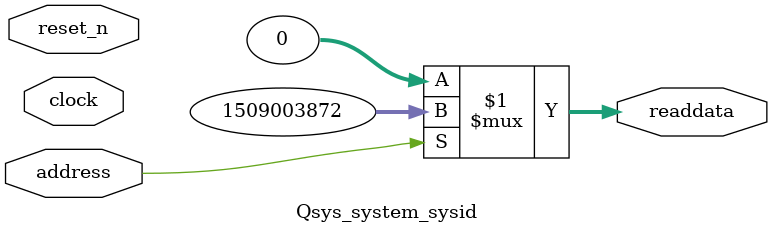
<source format=v>



// synthesis translate_off
`timescale 1ns / 1ps
// synthesis translate_on

// turn off superfluous verilog processor warnings 
// altera message_level Level1 
// altera message_off 10034 10035 10036 10037 10230 10240 10030 

module Qsys_system_sysid (
               // inputs:
                address,
                clock,
                reset_n,

               // outputs:
                readdata
             )
;

  output  [ 31: 0] readdata;
  input            address;
  input            clock;
  input            reset_n;

  wire    [ 31: 0] readdata;
  //control_slave, which is an e_avalon_slave
  assign readdata = address ? 1509003872 : 0;

endmodule




</source>
